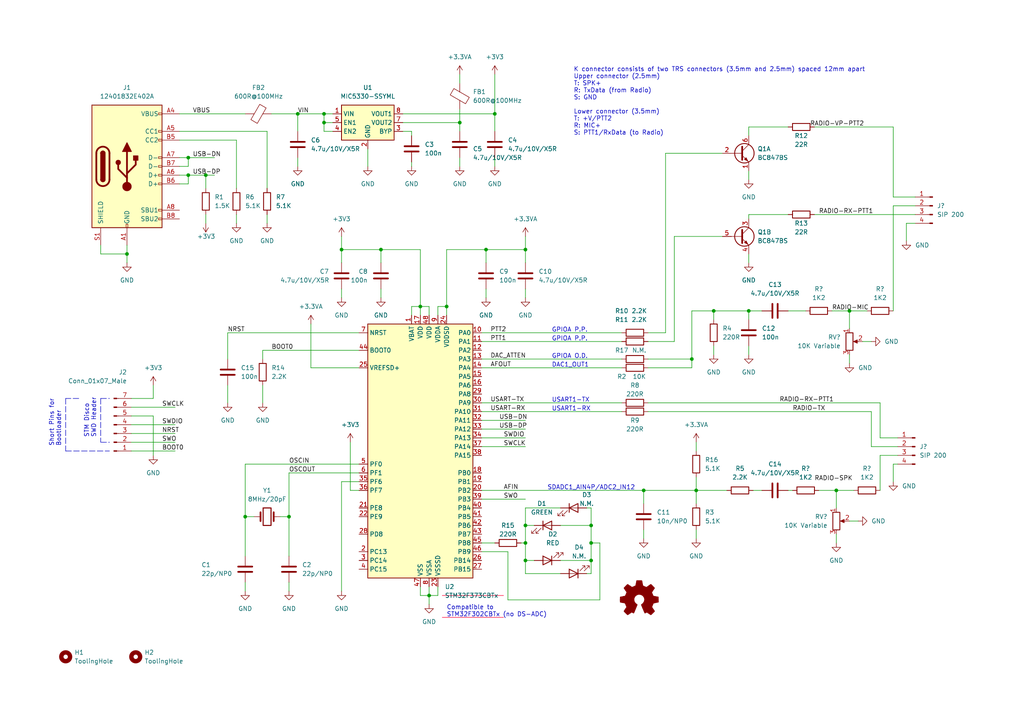
<source format=kicad_sch>
(kicad_sch (version 20211123) (generator eeschema)
  (paper "A4")
  (title_block (title "All-In-One-Cable (AIOC)") (rev "1.0"))
  (lib_symbols
    (symbol "Connector:Conn_01x04_Male" (pin_names (offset 1.016) hide)
      (property "Reference" "J" (at 0 5.08 0))
      (property "Value" "Conn_01x04_Male" (at 0 -7.62 0))
      (symbol "Conn_01x04_Male_1_1"
        (pin passive line (at 5.08 2.54 180) (length 3.81) (name "Pin_1") (number "1"))
        (pin passive line (at 5.08 0 180) (length 3.81) (name "Pin_2") (number "2"))
        (pin passive line (at 5.08 -2.54 180) (length 3.81) (name "Pin_3") (number "3"))
        (pin passive line (at 5.08 -5.08 180) (length 3.81) (name "Pin_4") (number "4"))
      )
    )
    (symbol "Connector:Conn_01x07_Male" (pin_names (offset 1.016) hide)
      (property "Reference" "J" (at 0 10.16 0))
      (property "Value" "Conn_01x07_Male" (at 0 -10.16 0))
      (symbol "Conn_01x07_Male_1_1"
        (pin passive line (at 5.08 7.62 180) (length 3.81) (name "Pin_1") (number "1"))
        (pin passive line (at 5.08 5.08 180) (length 3.81) (name "Pin_2") (number "2"))
        (pin passive line (at 5.08 2.54 180) (length 3.81) (name "Pin_3") (number "3"))
        (pin passive line (at 5.08 0 180) (length 3.81) (name "Pin_4") (number "4"))
        (pin passive line (at 5.08 -2.54 180) (length 3.81) (name "Pin_5") (number "5"))
        (pin passive line (at 5.08 -5.08 180) (length 3.81) (name "Pin_6") (number "6"))
        (pin passive line (at 5.08 -7.62 180) (length 3.81) (name "Pin_7") (number "7"))
      )
    )
    (symbol "Connector:USB_C_Receptacle_USB2.0" (pin_names (offset 1.016))
      (property "Reference" "J" (at -10.16 19.05 0))
      (property "Value" "USB_C_Receptacle_USB2.0" (at 19.05 19.05 0))
      (symbol "USB_C_Receptacle_USB2.0_1_1"
        (pin passive line (at 0 -22.86 90) (length 5.08) (name "GND") (number "A1"))
        (pin passive line (at 0 -22.86 90) (length 5.08) hide (name "GND") (number "A12"))
        (pin passive line (at 15.24 15.24 180) (length 5.08) (name "VBUS") (number "A4"))
        (pin bidirectional line (at 15.24 10.16 180) (length 5.08) (name "CC1") (number "A5"))
        (pin bidirectional line (at 15.24 -2.54 180) (length 5.08) (name "D+") (number "A6"))
        (pin bidirectional line (at 15.24 2.54 180) (length 5.08) (name "D-") (number "A7"))
        (pin bidirectional line (at 15.24 -12.7 180) (length 5.08) (name "SBU1") (number "A8"))
        (pin passive line (at 15.24 15.24 180) (length 5.08) hide (name "VBUS") (number "A9"))
        (pin passive line (at 0 -22.86 90) (length 5.08) hide (name "GND") (number "B1"))
        (pin passive line (at 0 -22.86 90) (length 5.08) hide (name "GND") (number "B12"))
        (pin passive line (at 15.24 15.24 180) (length 5.08) hide (name "VBUS") (number "B4"))
        (pin bidirectional line (at 15.24 7.62 180) (length 5.08) (name "CC2") (number "B5"))
        (pin bidirectional line (at 15.24 -5.08 180) (length 5.08) (name "D+") (number "B6"))
        (pin bidirectional line (at 15.24 0 180) (length 5.08) (name "D-") (number "B7"))
        (pin bidirectional line (at 15.24 -15.24 180) (length 5.08) (name "SBU2") (number "B8"))
        (pin passive line (at 15.24 15.24 180) (length 5.08) hide (name "VBUS") (number "B9"))
        (pin passive line (at -7.62 -22.86 90) (length 5.08) (name "SHIELD") (number "S1"))
      )
    )
    (symbol "Device:C" (pin_numbers hide) (pin_names (offset 0.254))
      (property "Reference" "C" (at 0.635 2.54 0))
      (property "Value" "C" (at 0.635 -2.54 0))
      (symbol "C_1_1"
        (pin passive line (at 0 3.81 270) (length 2.794) (name "~") (number "1"))
        (pin passive line (at 0 -3.81 90) (length 2.794) (name "~") (number "2"))
      )
    )
    (symbol "Device:Crystal" (pin_numbers hide) (pin_names (offset 1.016) hide)
      (property "Reference" "Y" (at 0 3.81 0))
      (property "Value" "Crystal" (at 0 -3.81 0))
      (symbol "Crystal_1_1"
        (pin passive line (at -3.81 0 0) (length 1.27) (name "1") (number "1"))
        (pin passive line (at 3.81 0 180) (length 1.27) (name "2") (number "2"))
      )
    )
    (symbol "Device:FerriteBead" (pin_numbers hide) (pin_names (offset 0))
      (property "Reference" "FB" (at -3.81 0.635 90))
      (property "Value" "FerriteBead" (at 3.81 0 90))
      (symbol "FerriteBead_1_1"
        (pin passive line (at 0 3.81 270) (length 2.54) (name "~") (number "1"))
        (pin passive line (at 0 -3.81 90) (length 2.54) (name "~") (number "2"))
      )
    )
    (symbol "Device:LED" (pin_numbers hide) (pin_names (offset 1.016) hide)
      (property "Reference" "D" (at 0 2.54 0))
      (property "Value" "LED" (at 0 -2.54 0))
      (symbol "LED_1_1"
        (pin passive line (at -3.81 0 0) (length 2.54) (name "K") (number "1"))
        (pin passive line (at 3.81 0 180) (length 2.54) (name "A") (number "2"))
      )
    )
    (symbol "Device:Q_Dual_NPN_NPN_E1B1C2E2B2C1" (pin_names (offset 0) hide)
      (property "Reference" "Q" (at 5.08 1.27 0))
      (property "Value" "Q_Dual_NPN_NPN_E1B1C2E2B2C1" (at 5.08 -1.27 0))
      (symbol "Q_Dual_NPN_NPN_E1B1C2E2B2C1_1_1"
        (pin passive line (at 2.54 -5.08 90) (length 2.54) (name "E1") (number "1"))
        (pin input line (at -5.08 0 0) (length 2.54) (name "B1") (number "2"))
        (pin passive line (at 2.54 5.08 270) (length 2.54) (name "C1") (number "6"))
      )
      (symbol "Q_Dual_NPN_NPN_E1B1C2E2B2C1_2_1"
        (pin passive line (at 2.54 5.08 270) (length 2.54) (name "C2") (number "3"))
        (pin passive line (at 2.54 -5.08 90) (length 2.54) (name "E2") (number "4"))
        (pin input line (at -5.08 0 0) (length 2.54) (name "B2") (number "5"))
      )
    )
    (symbol "Device:R" (pin_numbers hide) (pin_names (offset 0))
      (property "Reference" "R" (at 2.032 0 90))
      (property "Value" "R" (at 0 0 90))
      (symbol "R_1_1"
        (pin passive line (at 0 3.81 270) (length 1.27) (name "~") (number "1"))
        (pin passive line (at 0 -3.81 90) (length 1.27) (name "~") (number "2"))
      )
    )
    (symbol "Device:R_Potentiometer" (pin_names (offset 1.016) hide)
      (property "Reference" "RV" (at -4.445 0 90))
      (property "Value" "R_Potentiometer" (at -2.54 0 90))
      (symbol "R_Potentiometer_1_1"
        (pin passive line (at 0 3.81 270) (length 1.27) (name "1") (number "1"))
        (pin passive line (at 3.81 0 180) (length 1.27) (name "2") (number "2"))
        (pin passive line (at 0 -3.81 90) (length 1.27) (name "3") (number "3"))
      )
    )
    (symbol "Graphic:Logo_Open_Hardware_Small" (pin_names (offset 1.016)))
    (symbol "MCU_ST_STM32F3:STM32F373CBTx"
      (property "Reference" "U" (at -15.24 36.83 0))
      (property "Value" "STM32F373CBTx" (at 10.16 36.83 0))
      (symbol "STM32F373CBTx_1_1"
        (pin power_in line (at -2.54 38.1 270) (length 2.54) (name "VBAT") (number "1"))
        (pin bidirectional line (at 17.78 33.02 180) (length 2.54) (name "PA0") (number "10"))
        (pin bidirectional line (at 17.78 30.48 180) (length 2.54) (name "PA1") (number "11"))
        (pin bidirectional line (at 17.78 27.94 180) (length 2.54) (name "PA2") (number "12"))
        (pin bidirectional line (at 17.78 25.4 180) (length 2.54) (name "PA3") (number "13"))
        (pin bidirectional line (at 17.78 22.86 180) (length 2.54) (name "PA4") (number "14"))
        (pin bidirectional line (at 17.78 20.32 180) (length 2.54) (name "PA5") (number "15"))
        (pin bidirectional line (at 17.78 17.78 180) (length 2.54) (name "PA6") (number "16"))
        (pin power_in line (at 0 38.1 270) (length 2.54) (name "VDD") (number "17"))
        (pin bidirectional line (at 17.78 -7.62 180) (length 2.54) (name "PB0") (number "18"))
        (pin bidirectional line (at 17.78 -10.16 180) (length 2.54) (name "PB1") (number "19"))
        (pin bidirectional line (at -17.78 -30.48 0) (length 2.54) (name "PC13") (number "2"))
        (pin bidirectional line (at 17.78 -12.7 180) (length 2.54) (name "PB2") (number "20"))
        (pin bidirectional line (at -17.78 -17.78 0) (length 2.54) (name "PE8") (number "21"))
        (pin bidirectional line (at -17.78 -20.32 0) (length 2.54) (name "PE9") (number "22"))
        (pin power_in line (at 5.08 -40.64 90) (length 2.54) (name "VSSSD") (number "23"))
        (pin power_in line (at 7.62 38.1 270) (length 2.54) (name "VDDSD") (number "24"))
        (pin power_in line (at -17.78 22.86 0) (length 2.54) (name "VREFSD+") (number "25"))
        (pin bidirectional line (at 17.78 -33.02 180) (length 2.54) (name "PB14") (number "26"))
        (pin bidirectional line (at 17.78 -35.56 180) (length 2.54) (name "PB15") (number "27"))
        (pin bidirectional line (at -17.78 -25.4 0) (length 2.54) (name "PD8") (number "28"))
        (pin bidirectional line (at 17.78 15.24 180) (length 2.54) (name "PA8") (number "29"))
        (pin bidirectional line (at -17.78 -33.02 0) (length 2.54) (name "PC14") (number "3"))
        (pin bidirectional line (at 17.78 12.7 180) (length 2.54) (name "PA9") (number "30"))
        (pin bidirectional line (at 17.78 10.16 180) (length 2.54) (name "PA10") (number "31"))
        (pin bidirectional line (at 17.78 7.62 180) (length 2.54) (name "PA11") (number "32"))
        (pin bidirectional line (at 17.78 5.08 180) (length 2.54) (name "PA12") (number "33"))
        (pin bidirectional line (at 17.78 2.54 180) (length 2.54) (name "PA13") (number "34"))
        (pin bidirectional line (at -17.78 -10.16 0) (length 2.54) (name "PF6") (number "35"))
        (pin bidirectional line (at -17.78 -12.7 0) (length 2.54) (name "PF7") (number "36"))
        (pin bidirectional line (at 17.78 0 180) (length 2.54) (name "PA14") (number "37"))
        (pin bidirectional line (at 17.78 -2.54 180) (length 2.54) (name "PA15") (number "38"))
        (pin bidirectional line (at 17.78 -15.24 180) (length 2.54) (name "PB3") (number "39"))
        (pin bidirectional line (at -17.78 -35.56 0) (length 2.54) (name "PC15") (number "4"))
        (pin bidirectional line (at 17.78 -17.78 180) (length 2.54) (name "PB4") (number "40"))
        (pin bidirectional line (at 17.78 -20.32 180) (length 2.54) (name "PB5") (number "41"))
        (pin bidirectional line (at 17.78 -22.86 180) (length 2.54) (name "PB6") (number "42"))
        (pin bidirectional line (at 17.78 -25.4 180) (length 2.54) (name "PB7") (number "43"))
        (pin input line (at -17.78 27.94 0) (length 2.54) (name "BOOT0") (number "44"))
        (pin bidirectional line (at 17.78 -27.94 180) (length 2.54) (name "PB8") (number "45"))
        (pin bidirectional line (at 17.78 -30.48 180) (length 2.54) (name "PB9") (number "46"))
        (pin power_in line (at 0 -40.64 90) (length 2.54) (name "VSS") (number "47"))
        (pin power_in line (at 2.54 38.1 270) (length 2.54) (name "VDD") (number "48"))
        (pin input line (at -17.78 -5.08 0) (length 2.54) (name "PF0") (number "5"))
        (pin input line (at -17.78 -7.62 0) (length 2.54) (name "PF1") (number "6"))
        (pin input line (at -17.78 33.02 0) (length 2.54) (name "NRST") (number "7"))
        (pin power_in line (at 2.54 -40.64 90) (length 2.54) (name "VSSA") (number "8"))
        (pin power_in line (at 5.08 38.1 270) (length 2.54) (name "VDDA") (number "9"))
      )
    )
    (symbol "Mechanical:MountingHole" (pin_names (offset 1.016))
      (property "Reference" "H" (at 0 5.08 0))
      (property "Value" "MountingHole" (at 0 3.175 0))
    )
    (symbol "aioc:MIC5330-SSYML"
      (property "Reference" "U" (at 0 8.89 0))
      (property "Value" "MIC5330-SSYML" (at 0 6.35 0))
      (symbol "MIC5330-SSYML_1_1"
        (pin power_in line (at -10.16 2.54 0) (length 2.54) (name "VIN") (number "1"))
        (pin power_in line (at 0 -7.62 90) (length 2.54) (name "GND") (number "2"))
        (pin passive line (at 10.16 -2.54 180) (length 2.54) (name "BYP") (number "3"))
        (pin input line (at -10.16 -2.54 0) (length 2.54) (name "EN2") (number "4"))
        (pin input line (at -10.16 0 0) (length 2.54) (name "EN1") (number "5"))
        (pin power_out line (at 10.16 0 180) (length 2.54) (name "VOUT2") (number "7"))
        (pin power_out line (at 10.16 2.54 180) (length 2.54) (name "VOUT1") (number "8"))
        (pin passive line (at 0 -7.62 90) (length 2.54) hide (name "GND") (number "9"))
      )
    )
    (symbol "power:+3.3VA" (power) (pin_names (offset 0))
      (property "Value" "+3.3VA" (at 0 3.556 0))
      (symbol "+3.3VA_1_1"
        (pin power_in line (at 0 0 90) (length 0) hide (name "+3.3VA") (number "1"))
      )
    )
    (symbol "power:+3V3" (power) (pin_names (offset 0))
      (property "Value" "+3V3" (at 0 3.556 0))
      (symbol "+3V3_1_1"
        (pin power_in line (at 0 0 90) (length 0) hide (name "+3V3") (number "1"))
      )
    )
    (symbol "power:GND" (power) (pin_names (offset 0))
      (property "Value" "GND" (at 0 -3.81 0))
      (symbol "GND_1_1"
        (pin power_in line (at 0 0 270) (length 0) hide (name "GND") (number "1"))
      )
    )
  )
  (junction (at 54.61 45.72))
  (junction (at 152.4 152.4))
  (junction (at 36.83 73.66))
  (junction (at 59.69 50.8))
  (junction (at 171.45 162.56))
  (junction (at 93.98 33.02))
  (junction (at 246.38 90.17))
  (junction (at 140.97 72.39))
  (junction (at 86.36 33.02))
  (junction (at 201.93 142.24))
  (junction (at 152.4 162.56))
  (junction (at 171.45 152.4))
  (junction (at 171.45 157.48))
  (junction (at 129.54 88.9))
  (junction (at 121.92 88.9))
  (junction (at 133.35 35.56))
  (junction (at 152.4 72.39))
  (junction (at 207.01 90.17))
  (junction (at 217.17 90.17))
  (junction (at 99.06 72.39))
  (junction (at 242.57 142.24))
  (junction (at 110.49 72.39))
  (junction (at 54.61 50.8))
  (junction (at 71.12 149.86))
  (junction (at 124.46 172.72))
  (junction (at 152.4 157.48))
  (junction (at 186.69 142.24))
  (junction (at 83.82 149.86))
  (junction (at 200.66 104.14))
  (junction (at 143.51 33.02))
  (junction (at 93.98 35.56))
  (wire (pts (xy 143.51 21.59) (xy 143.51 33.02)))
  (wire (pts (xy 186.69 153.67) (xy 186.69 156.21)))
  (wire (pts (xy 200.66 106.68) (xy 200.66 104.14)))
  (wire (pts (xy 121.92 72.39) (xy 110.49 72.39)))
  (wire (pts (xy 124.46 172.72) (xy 124.46 175.26)))
  (wire (pts (xy 121.92 91.44) (xy 121.92 88.9)))
  (wire (pts (xy 255.27 132.08) (xy 260.35 132.08)))
  (wire (pts (xy 124.46 88.9) (xy 124.46 91.44)))
  (wire (pts (xy 139.7 129.54) (xy 152.4 129.54)))
  (wire (pts (xy 195.58 99.06) (xy 195.58 68.58)))
  (wire (pts (xy 83.82 137.16) (xy 83.82 149.86)))
  (wire (pts (xy 171.45 147.32) (xy 170.18 147.32)))
  (wire (pts (xy 66.04 96.52) (xy 66.04 104.14)))
  (wire (pts (xy 86.36 33.02) (xy 93.98 33.02)))
  (wire (pts (xy 52.07 38.1) (xy 77.47 38.1)))
  (wire (pts (xy 255.27 127) (xy 260.35 127)))
  (wire (pts (xy 99.06 68.58) (xy 99.06 72.39)))
  (wire (pts (xy 140.97 72.39) (xy 140.97 76.2)))
  (wire (pts (xy 147.32 173.99) (xy 147.32 160.02)))
  (polyline (pts (xy 22.86 115.57) (xy 19.05 115.57)))
  (wire (pts (xy 241.3 90.17) (xy 246.38 90.17)))
  (wire (pts (xy 77.47 62.23) (xy 77.47 64.77)))
  (wire (pts (xy 187.96 119.38) (xy 252.73 119.38)))
  (wire (pts (xy 170.18 166.37) (xy 171.45 166.37)))
  (wire (pts (xy 228.6 142.24) (xy 229.87 142.24)))
  (wire (pts (xy 133.35 35.56) (xy 133.35 38.1)))
  (wire (pts (xy 162.56 166.37) (xy 152.4 166.37)))
  (wire (pts (xy 127 88.9) (xy 127 91.44)))
  (wire (pts (xy 96.52 35.56) (xy 93.98 35.56)))
  (wire (pts (xy 66.04 111.76) (xy 66.04 116.84)))
  (wire (pts (xy 152.4 72.39) (xy 152.4 76.2)))
  (wire (pts (xy 162.56 147.32) (xy 152.4 147.32)))
  (wire (pts (xy 104.14 96.52) (xy 66.04 96.52)))
  (wire (pts (xy 242.57 142.24) (xy 247.65 142.24)))
  (wire (pts (xy 201.93 146.05) (xy 201.93 142.24)))
  (polyline (pts (xy 29.21 115.57) (xy 29.21 128.27)))
  (wire (pts (xy 187.96 106.68) (xy 200.66 106.68)))
  (wire (pts (xy 171.45 152.4) (xy 171.45 157.48)))
  (wire (pts (xy 38.1 115.57) (xy 44.45 115.57)))
  (wire (pts (xy 93.98 33.02) (xy 96.52 33.02)))
  (polyline (pts (xy 19.05 130.81) (xy 31.75 130.81)))
  (wire (pts (xy 152.4 162.56) (xy 154.94 162.56)))
  (wire (pts (xy 128.27 172.72) (xy 146.05 172.72)) (stroke (width 0) (color 255 0 51 1)))
  (wire (pts (xy 93.98 38.1) (xy 93.98 35.56)))
  (wire (pts (xy 44.45 115.57) (xy 44.45 111.76)))
  (wire (pts (xy 38.1 128.27) (xy 50.8 128.27)))
  (wire (pts (xy 217.17 73.66) (xy 217.17 76.2)))
  (wire (pts (xy 152.4 83.82) (xy 152.4 86.36)))
  (wire (pts (xy 71.12 149.86) (xy 73.66 149.86)))
  (wire (pts (xy 193.04 44.45) (xy 209.55 44.45)))
  (wire (pts (xy 121.92 170.18) (xy 121.92 172.72)))
  (wire (pts (xy 99.06 139.7) (xy 99.06 171.45)))
  (wire (pts (xy 217.17 100.33) (xy 217.17 102.87)))
  (wire (pts (xy 255.27 142.24) (xy 255.27 132.08)))
  (wire (pts (xy 129.54 72.39) (xy 129.54 88.9)))
  (wire (pts (xy 29.21 71.12) (xy 29.21 73.66)))
  (wire (pts (xy 71.12 149.86) (xy 71.12 161.29)))
  (wire (pts (xy 119.38 38.1) (xy 119.38 39.37)))
  (wire (pts (xy 77.47 38.1) (xy 77.47 54.61)))
  (wire (pts (xy 116.84 38.1) (xy 119.38 38.1)))
  (wire (pts (xy 86.36 33.02) (xy 86.36 38.1)))
  (wire (pts (xy 217.17 39.37) (xy 217.17 36.83)))
  (wire (pts (xy 151.13 157.48) (xy 152.4 157.48)))
  (wire (pts (xy 54.61 45.72) (xy 62.23 45.72)))
  (wire (pts (xy 110.49 72.39) (xy 110.49 76.2)))
  (wire (pts (xy 133.35 45.72) (xy 133.35 48.26)))
  (wire (pts (xy 152.4 157.48) (xy 152.4 162.56)))
  (wire (pts (xy 139.7 127) (xy 152.4 127)))
  (wire (pts (xy 71.12 134.62) (xy 71.12 149.86)))
  (wire (pts (xy 217.17 90.17) (xy 220.98 90.17)))
  (wire (pts (xy 139.7 119.38) (xy 180.34 119.38)))
  (wire (pts (xy 228.6 90.17) (xy 233.68 90.17)))
  (wire (pts (xy 171.45 166.37) (xy 171.45 162.56)))
  (wire (pts (xy 121.92 88.9) (xy 124.46 88.9)))
  (wire (pts (xy 193.04 44.45) (xy 193.04 96.52)))
  (wire (pts (xy 59.69 50.8) (xy 59.69 54.61)))
  (wire (pts (xy 76.2 111.76) (xy 76.2 116.84)))
  (wire (pts (xy 171.45 157.48) (xy 171.45 162.56)))
  (wire (pts (xy 36.83 73.66) (xy 36.83 76.2)))
  (wire (pts (xy 83.82 168.91) (xy 83.82 171.45)))
  (wire (pts (xy 237.49 142.24) (xy 242.57 142.24)))
  (wire (pts (xy 44.45 120.65) (xy 44.45 132.08)))
  (wire (pts (xy 139.7 144.78) (xy 152.4 144.78)))
  (wire (pts (xy 246.38 151.13) (xy 248.92 151.13)))
  (wire (pts (xy 99.06 83.82) (xy 99.06 86.36)))
  (wire (pts (xy 119.38 88.9) (xy 121.92 88.9)))
  (wire (pts (xy 242.57 154.94) (xy 242.57 157.48)))
  (wire (pts (xy 195.58 68.58) (xy 209.55 68.58)))
  (wire (pts (xy 259.08 36.83) (xy 259.08 57.15)))
  (polyline (pts (xy 29.21 128.27) (xy 31.75 128.27)))
  (wire (pts (xy 38.1 125.73) (xy 50.8 125.73)))
  (wire (pts (xy 152.4 166.37) (xy 152.4 162.56)))
  (wire (pts (xy 173.99 157.48) (xy 173.99 173.99)))
  (wire (pts (xy 119.38 91.44) (xy 119.38 88.9)))
  (wire (pts (xy 52.07 50.8) (xy 54.61 50.8)))
  (wire (pts (xy 173.99 173.99) (xy 147.32 173.99)))
  (wire (pts (xy 76.2 101.6) (xy 76.2 104.14)))
  (wire (pts (xy 207.01 92.71) (xy 207.01 90.17)))
  (wire (pts (xy 38.1 118.11) (xy 50.8 118.11)))
  (wire (pts (xy 217.17 36.83) (xy 228.6 36.83)))
  (wire (pts (xy 143.51 45.72) (xy 143.51 48.26)))
  (wire (pts (xy 124.46 170.18) (xy 124.46 172.72)))
  (wire (pts (xy 139.7 99.06) (xy 180.34 99.06)))
  (wire (pts (xy 52.07 48.26) (xy 54.61 48.26)))
  (wire (pts (xy 143.51 33.02) (xy 143.51 38.1)))
  (wire (pts (xy 52.07 53.34) (xy 54.61 53.34)))
  (wire (pts (xy 68.58 40.64) (xy 68.58 54.61)))
  (wire (pts (xy 104.14 139.7) (xy 99.06 139.7)))
  (wire (pts (xy 217.17 90.17) (xy 217.17 92.71)))
  (wire (pts (xy 81.28 149.86) (xy 83.82 149.86)))
  (wire (pts (xy 116.84 33.02) (xy 143.51 33.02)))
  (wire (pts (xy 265.43 64.77) (xy 262.89 64.77)))
  (wire (pts (xy 171.45 152.4) (xy 171.45 147.32)))
  (wire (pts (xy 133.35 21.59) (xy 133.35 24.13)))
  (wire (pts (xy 200.66 90.17) (xy 207.01 90.17)))
  (wire (pts (xy 186.69 146.05) (xy 186.69 142.24)))
  (wire (pts (xy 207.01 100.33) (xy 207.01 102.87)))
  (wire (pts (xy 127 170.18) (xy 127 172.72)))
  (wire (pts (xy 29.21 73.66) (xy 36.83 73.66)))
  (wire (pts (xy 139.7 116.84) (xy 180.34 116.84)))
  (wire (pts (xy 119.38 46.99) (xy 119.38 48.26)))
  (wire (pts (xy 217.17 62.23) (xy 228.6 62.23)))
  (wire (pts (xy 162.56 152.4) (xy 171.45 152.4)))
  (wire (pts (xy 101.6 128.27) (xy 101.6 142.24)))
  (wire (pts (xy 104.14 101.6) (xy 76.2 101.6)))
  (wire (pts (xy 201.93 128.27) (xy 201.93 130.81)))
  (wire (pts (xy 236.22 36.83) (xy 259.08 36.83)))
  (wire (pts (xy 110.49 83.82) (xy 110.49 86.36)))
  (wire (pts (xy 52.07 33.02) (xy 71.12 33.02)))
  (wire (pts (xy 129.54 72.39) (xy 140.97 72.39)))
  (wire (pts (xy 201.93 142.24) (xy 210.82 142.24)))
  (wire (pts (xy 217.17 49.53) (xy 217.17 52.07)))
  (wire (pts (xy 187.96 104.14) (xy 200.66 104.14)))
  (wire (pts (xy 200.66 104.14) (xy 200.66 90.17)))
  (wire (pts (xy 83.82 137.16) (xy 104.14 137.16)))
  (wire (pts (xy 201.93 138.43) (xy 201.93 142.24)))
  (wire (pts (xy 139.7 96.52) (xy 180.34 96.52)))
  (wire (pts (xy 218.44 142.24) (xy 220.98 142.24)))
  (wire (pts (xy 106.68 43.18) (xy 106.68 48.26)))
  (wire (pts (xy 83.82 149.86) (xy 83.82 161.29)))
  (wire (pts (xy 116.84 35.56) (xy 133.35 35.56)))
  (wire (pts (xy 171.45 157.48) (xy 173.99 157.48)))
  (wire (pts (xy 152.4 152.4) (xy 152.4 157.48)))
  (wire (pts (xy 201.93 153.67) (xy 201.93 156.21)))
  (wire (pts (xy 252.73 119.38) (xy 252.73 129.54)))
  (wire (pts (xy 44.45 120.65) (xy 38.1 120.65)))
  (wire (pts (xy 187.96 116.84) (xy 255.27 116.84)))
  (wire (pts (xy 259.08 59.69) (xy 265.43 59.69)))
  (wire (pts (xy 104.14 142.24) (xy 101.6 142.24)))
  (wire (pts (xy 71.12 168.91) (xy 71.12 171.45)))
  (wire (pts (xy 52.07 45.72) (xy 54.61 45.72)))
  (wire (pts (xy 68.58 62.23) (xy 68.58 64.77)))
  (wire (pts (xy 90.17 106.68) (xy 104.14 106.68)))
  (wire (pts (xy 129.54 88.9) (xy 127 88.9)))
  (polyline (pts (xy 19.05 115.57) (xy 19.05 130.81)))
  (wire (pts (xy 127 172.72) (xy 124.46 172.72)))
  (wire (pts (xy 96.52 38.1) (xy 93.98 38.1)))
  (polyline (pts (xy 29.21 115.57) (xy 31.75 115.57)))
  (wire (pts (xy 154.94 152.4) (xy 152.4 152.4)))
  (wire (pts (xy 121.92 72.39) (xy 121.92 88.9)))
  (wire (pts (xy 139.7 104.14) (xy 180.34 104.14)))
  (wire (pts (xy 54.61 50.8) (xy 54.61 53.34)))
  (wire (pts (xy 139.7 121.92) (xy 152.4 121.92)))
  (wire (pts (xy 236.22 62.23) (xy 265.43 62.23)))
  (wire (pts (xy 59.69 50.8) (xy 62.23 50.8)))
  (wire (pts (xy 52.07 40.64) (xy 68.58 40.64)))
  (wire (pts (xy 139.7 157.48) (xy 143.51 157.48)))
  (wire (pts (xy 140.97 83.82) (xy 140.97 86.36)))
  (wire (pts (xy 128.27 179.07) (xy 146.05 179.07)) (stroke (width 0) (color 255 0 51 1)))
  (wire (pts (xy 54.61 45.72) (xy 54.61 48.26)))
  (wire (pts (xy 252.73 129.54) (xy 260.35 129.54)))
  (wire (pts (xy 246.38 90.17) (xy 251.46 90.17)))
  (wire (pts (xy 162.56 162.56) (xy 171.45 162.56)))
  (wire (pts (xy 246.38 102.87) (xy 246.38 105.41)))
  (wire (pts (xy 147.32 160.02) (xy 139.7 160.02)))
  (wire (pts (xy 139.7 106.68) (xy 180.34 106.68)))
  (wire (pts (xy 129.54 91.44) (xy 129.54 88.9)))
  (wire (pts (xy 124.46 172.72) (xy 121.92 172.72)))
  (wire (pts (xy 86.36 45.72) (xy 86.36 48.26)))
  (wire (pts (xy 140.97 72.39) (xy 152.4 72.39)))
  (wire (pts (xy 99.06 72.39) (xy 99.06 76.2)))
  (wire (pts (xy 260.35 134.62) (xy 259.08 134.62)))
  (wire (pts (xy 54.61 50.8) (xy 59.69 50.8)))
  (wire (pts (xy 59.69 62.23) (xy 59.69 64.77)))
  (wire (pts (xy 262.89 64.77) (xy 262.89 69.85)))
  (wire (pts (xy 110.49 72.39) (xy 99.06 72.39)))
  (wire (pts (xy 246.38 90.17) (xy 246.38 95.25)))
  (wire (pts (xy 36.83 71.12) (xy 36.83 73.66)))
  (wire (pts (xy 255.27 116.84) (xy 255.27 127)))
  (wire (pts (xy 71.12 134.62) (xy 104.14 134.62)))
  (wire (pts (xy 259.08 134.62) (xy 259.08 139.7)))
  (wire (pts (xy 217.17 62.23) (xy 217.17 63.5)))
  (wire (pts (xy 186.69 142.24) (xy 201.93 142.24)))
  (wire (pts (xy 250.19 99.06) (xy 252.73 99.06)))
  (wire (pts (xy 139.7 142.24) (xy 186.69 142.24)))
  (wire (pts (xy 38.1 130.81) (xy 50.8 130.81)))
  (wire (pts (xy 152.4 147.32) (xy 152.4 152.4)))
  (wire (pts (xy 259.08 57.15) (xy 265.43 57.15)))
  (wire (pts (xy 133.35 31.75) (xy 133.35 35.56)))
  (wire (pts (xy 139.7 124.46) (xy 152.4 124.46)))
  (wire (pts (xy 242.57 142.24) (xy 242.57 147.32)))
  (wire (pts (xy 207.01 90.17) (xy 217.17 90.17)))
  (wire (pts (xy 93.98 33.02) (xy 93.98 35.56)))
  (wire (pts (xy 187.96 96.52) (xy 193.04 96.52)))
  (wire (pts (xy 78.74 33.02) (xy 86.36 33.02)))
  (wire (pts (xy 187.96 99.06) (xy 195.58 99.06)))
  (wire (pts (xy 259.08 90.17) (xy 259.08 59.69)))
  (wire (pts (xy 152.4 68.58) (xy 152.4 72.39)))
  (wire (pts (xy 38.1 123.19) (xy 50.8 123.19)))
  (wire (pts (xy 90.17 93.98) (xy 90.17 106.68)))
  (text "STM Disco\nSWD Header" (at 27.94 127 90) (effects (font (size 1.27 1.27)) (justify left bottom)))
  (text "Short Pins for\nBootloader" (at 17.78 129.54 90) (effects (font (size 1.27 1.27)) (justify left bottom)))
  (text "SDADC1_AIN4P/ADC2_IN12" (at 158.75 142.24 0) (effects (font (size 1.27 1.27)) (justify left bottom)))
  (text "USART1-TX" (at 160.02 116.84 0) (effects (font (size 1.27 1.27)) (justify left bottom)))
  (text "K connector consists of two TRS connectors (3.5mm and 2.5mm) spaced 12mm apart\nUpper connector (2.5mm)\nT: SPK+\nR: TxData (from Radio)\nS: GND\n\nLower connector (3.5mm)\nT: +V/PTT2\nR: MIC+\nS: PTT1/RxData (to Radio)\n" (at 166.37 39.37 0) (effects (font (size 1.27 1.27)) (justify left bottom)))
  (text "GPIOA P.P." (at 160.02 99.06 0) (effects (font (size 1.27 1.27)) (justify left bottom)))
  (text "DAC1_OUT1" (at 160.02 106.68 0) (effects (font (size 1.27 1.27)) (justify left bottom)))
  (text "GPIOA O.D." (at 160.02 104.14 0) (effects (font (size 1.27 1.27)) (justify left bottom)))
  (text "Compatible to \nSTM32F302CBTx (no DS-ADC)" (at 129.54 179.07 0) (effects (font (size 1.27 1.27)) (justify left bottom)))
  (text "USART1-RX" (at 160.02 119.38 0) (effects (font (size 1.27 1.27)) (justify left bottom)))
  (text "GPIOA P.P." (at 160.02 96.52 0) (effects (font (size 1.27 1.27)) (justify left bottom)))
  (label "OSCIN" (at 83.82 134.62 0))
  (label "RADIO-VP-PTT2" (at 234.95 36.83 0))
  (label "AFIN" (at 146.05 142.24 0))
  (label "VBUS" (at 55.88 33.02 0))
  (label "NRST" (at 66.04 96.52 0))
  (label "PTT2" (at 142.24 96.52 0))
  (label "SWO" (at 46.99 128.27 0))
  (label "SWO" (at 146.05 144.78 0))
  (label "SWDIO" (at 146.05 127 0))
  (label "USB-DN" (at 55.88 45.72 0))
  (label "OSCOUT" (at 83.82 137.16 0))
  (label "USB-DP" (at 55.88 50.8 0))
  (label "BOOT0" (at 78.74 101.6 0))
  (label "USART-RX" (at 142.24 119.38 0))
  (label "SWDIO" (at 46.99 123.19 0))
  (label "USB-DP" (at 144.78 124.46 0))
  (label "VIN" (at 86.36 33.02 0))
  (label "PTT1" (at 142.24 99.06 0))
  (label "AFOUT" (at 142.24 106.68 0))
  (label "SWCLK" (at 46.99 118.11 0))
  (label "RADIO-RX-PTT1" (at 226.06 116.84 0))
  (label "RADIO-MIC" (at 241.3 90.17 0))
  (label "RADIO-RX-PTT1" (at 237.49 62.23 0))
  (label "USART-TX" (at 142.24 116.84 0))
  (label "SWCLK" (at 146.05 129.54 0))
  (label "BOOT0" (at 46.99 130.81 0))
  (label "NRST" (at 46.99 125.73 0))
  (label "RADIO-SPK" (at 236.22 139.7 0))
  (label "DAC_ATTEN" (at 142.24 104.14 0))
  (label "USB-DN" (at 144.78 121.92 0))
  (label "RADIO-TX" (at 229.87 119.38 0))
  (symbol (lib_id "Device:R") (at 184.15 116.84 270) (unit 1)
    (property "Reference" "R8" (at 184.15 111.76 90))
    (property "Value" "220R" (at 184.15 114.3 90))
    (property "Footprint" "Resistor_SMD:R_0603_1608Metric" (effects hide))
    (property "LCSC" "C22962" (effects hide))
  )
  (symbol (lib_id "power:+3V3") (at 59.69 64.77 180) (unit 1)
    (property "Reference" "#PWR07" (effects hide))
    (property "Value" "+3V3" (at 57.15 68.58 0) (effects (justify right)))
  )
  (symbol (lib_id "Mechanical:MountingHole") (at 19.05 190.5 0) (unit 1) (in_bom no)
    (property "Reference" "H1" (at 21.59 189.2299 0) (effects (justify left)))
    (property "Value" "ToolingHole" (at 21.59 191.7699 0) (effects (justify left)))
    (property "Footprint" "AIOC:TOOLING-HOLE" (effects hide))
  )
  (symbol (lib_id "power:GND") (at 99.06 86.36 0) (mirror y) (unit 1)
    (property "Reference" "#PWR0115" (effects hide))
    (property "Value" "GND" (at 99.06 91.44 0))
  )
  (symbol (lib_id "power:+3.3VA") (at 133.35 21.59 0) (unit 1)
    (property "Reference" "#PWR0109" (effects hide))
    (property "Value" "+3.3VA" (at 133.35 16.51 0))
  )
  (symbol (lib_id "Device:R") (at 214.63 142.24 90) (unit 1)
    (property "Reference" "R5" (at 214.63 135.89 90))
    (property "Value" "2.2K" (at 214.63 138.43 90))
    (property "Footprint" "Resistor_SMD:R_0603_1608Metric" (effects hide))
    (property "LCSC" "C4190" (effects hide))
  )
  (symbol (lib_id "Graphic:Logo_Open_Hardware_Small") (at 185.42 173.99 0) (unit 1)
    (property "Reference" "#LOGO1" (effects hide))
    (property "Value" "Logo_Open_Hardware_Small" (effects hide))
  )
  (symbol (lib_id "Device:R") (at 255.27 90.17 90) (unit 1)
    (property "Reference" "R?" (at 255.27 83.82 90))
    (property "Value" "1K2" (at 255.27 86.36 90))
  )
  (symbol (lib_id "power:+3V3") (at 143.51 21.59 0) (unit 1)
    (property "Reference" "#PWR0108" (effects hide))
    (property "Value" "+3V3" (at 143.51 16.51 0))
  )
  (symbol (lib_id "Device:R") (at 237.49 90.17 90) (unit 1)
    (property "Reference" "R?" (at 237.49 83.82 90))
    (property "Value" "1K2" (at 237.49 86.36 90))
  )
  (symbol (lib_id "Device:R") (at 184.15 104.14 270) (unit 1)
    (property "Reference" "R17" (at 180.34 101.6 90))
    (property "Value" "N.M." (at 185.42 101.6 90))
    (property "Footprint" "Resistor_SMD:R_0603_1608Metric" (effects hide))
  )
  (symbol (lib_id "Device:R") (at 147.32 157.48 270) (unit 1)
    (property "Reference" "R15" (at 147.32 152.4 90))
    (property "Value" "220R" (at 147.32 154.94 90))
    (property "Footprint" "Resistor_SMD:R_0603_1608Metric" (effects hide))
    (property "LCSC" "C22962" (effects hide))
  )
  (symbol (lib_id "Device:Q_Dual_NPN_NPN_E1B1C2E2B2C1") (at 214.63 68.58 0) (unit 2)
    (property "Reference" "Q1" (at 219.71 67.3099 0) (effects (justify left)))
    (property "Value" "BC847BS" (at 219.71 69.8499 0) (effects (justify left)))
    (property "Footprint" "Package_TO_SOT_SMD:SOT-363_SC-70-6" (effects hide))
    (property "LCSC" "C8653" (effects hide))
  )
  (symbol (lib_id "power:GND") (at 36.83 76.2 0) (unit 1)
    (property "Reference" "#PWR0101" (effects hide))
    (property "Value" "GND" (at 36.83 81.28 0))
  )
  (symbol (lib_id "power:GND") (at 66.04 116.84 0) (mirror y) (unit 1)
    (property "Reference" "#PWR0121" (effects hide))
    (property "Value" "GND" (at 66.04 121.92 0))
  )
  (symbol (lib_id "Device:LED") (at 166.37 147.32 0) (unit 1)
    (property "Reference" "D3" (at 170.18 143.51 0))
    (property "Value" "N.M." (at 170.18 146.05 0))
    (property "Footprint" "LED_SMD:LED_0603_1608Metric" (effects hide))
  )
  (symbol (lib_id "Device:R") (at 68.58 58.42 180) (unit 1)
    (property "Reference" "R6" (at 71.12 57.1499 0) (effects (justify right)))
    (property "Value" "5.1K" (at 71.12 59.6899 0) (effects (justify right)))
    (property "Footprint" "Resistor_SMD:R_0603_1608Metric" (effects hide))
    (property "LCSC" "C23186" (effects hide))
  )
  (symbol (lib_id "MCU_ST_STM32F3:STM32F373CBTx") (at 121.92 129.54 0) (unit 1)
    (property "Reference" "U2" (at 129.0194 170.18 0) (effects (justify left)))
    (property "Value" "STM32F373CBTx" (at 129.0194 172.72 0) (effects (justify left)))
    (property "Footprint" "Package_QFP:LQFP-48_7x7mm_P0.5mm" (effects hide))
    (property "Datasheet" "http://www.st.com/st-web-ui/static/active/en/resource/technical/document/datasheet/DM00046749.pdf" (effects hide))
    (property "LCSC" "C94046" (effects hide))
  )
  (symbol (lib_id "Device:C") (at 217.17 96.52 0) (unit 1)
    (property "Reference" "C12" (at 220.98 95.2499 0) (effects (justify left)))
    (property "Value" "100n" (at 220.98 97.7899 0) (effects (justify left)))
    (property "Footprint" "Capacitor_SMD:C_0603_1608Metric" (effects hide))
    (property "LCSC" "C14663" (effects hide))
  )
  (symbol (lib_id "Device:FerriteBead") (at 133.35 27.94 0) (unit 1)
    (property "Reference" "FB1" (at 137.16 26.6191 0) (effects (justify left)))
    (property "Value" "600R@100MHz" (at 137.16 29.1591 0) (effects (justify left)))
    (property "Footprint" "Inductor_SMD:L_0603_1608Metric" (effects hide))
    (property "LCSC" "C1002" (effects hide))
  )
  (symbol (lib_id "Device:LED") (at 158.75 152.4 0) (unit 1)
    (property "Reference" "D1" (at 157.1625 146.05 0))
    (property "Value" "GREEN" (at 157.1625 148.59 0))
    (property "Footprint" "LED_SMD:LED_0603_1608Metric" (effects hide))
    (property "LCSC" "C72043" (effects hide))
  )
  (symbol (lib_id "power:+3V3") (at 99.06 68.58 0) (unit 1)
    (property "Reference" "#PWR0113" (effects hide))
    (property "Value" "+3V3" (at 99.06 63.5 0))
  )
  (symbol (lib_id "power:+3.3VA") (at 152.4 68.58 0) (unit 1)
    (property "Reference" "#PWR0112" (effects hide))
    (property "Value" "+3.3VA" (at 152.4 63.5 0))
  )
  (symbol (lib_id "Connector:Conn_01x04_Male") (at 270.51 59.69 0) (mirror y) (unit 1)
    (property "Reference" "J?" (at 271.78 59.6899 0) (effects (justify right)))
    (property "Value" "SIP 200" (at 271.78 62.2299 0) (effects (justify right)))
  )
  (symbol (lib_id "Device:C") (at 71.12 165.1 0) (unit 1)
    (property "Reference" "C1" (at 58.42 163.83 0) (effects (justify left)))
    (property "Value" "22p/NP0" (at 58.42 166.37 0) (effects (justify left)))
    (property "Footprint" "Capacitor_SMD:C_0603_1608Metric" (effects hide))
    (property "LCSC" "C1653" (effects hide))
  )
  (symbol (lib_id "power:GND") (at 217.17 52.07 0) (unit 1)
    (property "Reference" "#PWR05" (effects hide))
    (property "Value" "GND" (at 217.17 57.15 0))
  )
  (symbol (lib_id "Device:C") (at 224.79 90.17 90) (unit 1)
    (property "Reference" "C13" (at 224.79 82.55 90))
    (property "Value" "4.7u/10V/X5R" (at 224.79 85.09 90))
    (property "Footprint" "Capacitor_SMD:C_0603_1608Metric" (effects hide))
    (property "LCSC" "C19666" (effects hide))
  )
  (symbol (lib_id "Device:FerriteBead") (at 74.93 33.02 270) (unit 1)
    (property "Reference" "FB2" (at 74.9808 25.4 90))
    (property "Value" "600R@100MHz" (at 74.9808 27.94 90))
    (property "Footprint" "Inductor_SMD:L_0603_1608Metric" (effects hide))
    (property "LCSC" "C1002" (effects hide))
  )
  (symbol (lib_id "Device:R_Potentiometer") (at 246.38 99.06 0) (unit 1)
    (property "Reference" "RV?" (at 243.84 97.7899 0) (effects (justify right)))
    (property "Value" "10K Variable" (at 243.84 100.3299 0) (effects (justify right)))
  )
  (symbol (lib_id "power:GND") (at 77.47 64.77 0) (unit 1)
    (property "Reference" "#PWR0120" (effects hide))
    (property "Value" "GND" (at 77.47 69.85 0))
  )
  (symbol (lib_id "power:GND") (at 242.57 157.48 0) (unit 1)
    (property "Reference" "#PWR?" (effects hide))
    (property "Value" "GND" (at 242.57 162.56 0))
  )
  (symbol (lib_id "Device:R") (at 232.41 36.83 270) (unit 1)
    (property "Reference" "R12" (at 232.41 39.37 90))
    (property "Value" "22R" (at 232.41 41.91 90))
    (property "Footprint" "Resistor_SMD:R_0603_1608Metric" (effects hide))
    (property "LCSC" "C23345" (effects hide))
  )
  (symbol (lib_id "power:+3.3VA") (at 201.93 128.27 0) (unit 1)
    (property "Reference" "#PWR08" (effects hide))
    (property "Value" "+3.3VA" (at 201.93 123.19 0))
  )
  (symbol (lib_id "Device:Q_Dual_NPN_NPN_E1B1C2E2B2C1") (at 214.63 44.45 0) (unit 1)
    (property "Reference" "Q1" (at 219.71 43.1799 0) (effects (justify left)))
    (property "Value" "BC847BS" (at 219.71 45.7199 0) (effects (justify left)))
    (property "Footprint" "Package_TO_SOT_SMD:SOT-363_SC-70-6" (effects hide))
    (property "LCSC" "C8653" (effects hide))
  )
  (symbol (lib_id "power:GND") (at 124.46 175.26 0) (unit 1)
    (property "Reference" "#PWR0102" (effects hide))
    (property "Value" "GND" (at 124.46 180.34 0))
  )
  (symbol (lib_id "Device:R_Potentiometer") (at 242.57 151.13 0) (unit 1)
    (property "Reference" "RV?" (at 240.03 149.8599 0) (effects (justify right)))
    (property "Value" "10K Variable" (at 240.03 152.3999 0) (effects (justify right)))
  )
  (symbol (lib_id "power:GND") (at 252.73 99.06 90) (unit 1)
    (property "Reference" "#PWR?" (effects hide))
    (property "Value" "GND" (at 256.54 99.0599 90) (effects (justify right)))
  )
  (symbol (lib_id "aioc:MIC5330-SSYML") (at 106.68 35.56 0) (unit 1)
    (property "Reference" "U1" (at 106.68 25.4 0))
    (property "Value" "MIC5330-SSYML" (at 106.68 27.94 0))
    (property "Footprint" "AIOC:Micrel_MLF-8-1EP_2x2mm_P0.5mm_EP0.6x1.2mm" (effects hide))
    (property "Datasheet" "http://ww1.microchip.com/downloads/en/DeviceDoc/mic5330.pdf" (effects hide))
    (property "LCSC" "C144168" (effects hide))
  )
  (symbol (lib_id "power:GND") (at 44.45 132.08 0) (mirror y) (unit 1)
    (property "Reference" "#PWR0124" (effects hide))
    (property "Value" "GND" (at 44.45 137.16 0))
  )
  (symbol (lib_id "power:GND") (at 259.08 139.7 0) (unit 1)
    (property "Reference" "#PWR?" (effects hide))
    (property "Value" "GND" (at 261.62 140.9699 0) (effects (justify left)))
  )
  (symbol (lib_id "power:+3V3") (at 101.6 128.27 0) (unit 1)
    (property "Reference" "#PWR0125" (effects hide))
    (property "Value" "+3V3" (at 101.6 123.19 0))
  )
  (symbol (lib_id "Device:Crystal") (at 77.47 149.86 0) (unit 1)
    (property "Reference" "Y1" (at 77.47 142.24 0))
    (property "Value" "8MHz/20pF" (at 77.47 144.78 0))
    (property "Footprint" "AIOC:Crystal_SMD_5032-2Pin_5.0x3.2mm" (effects hide))
    (property "LCSC" "C115962" (effects hide))
  )
  (symbol (lib_id "Device:R") (at 59.69 58.42 180) (unit 1)
    (property "Reference" "R1" (at 62.23 57.1499 0) (effects (justify right)))
    (property "Value" "1.5K" (at 62.23 59.6899 0) (effects (justify right)))
    (property "Footprint" "Resistor_SMD:R_0603_1608Metric" (effects hide))
    (property "LCSC" "C22843" (effects hide))
  )
  (symbol (lib_id "Device:C") (at 224.79 142.24 90) (unit 1)
    (property "Reference" "C14" (at 224.79 134.62 90))
    (property "Value" "4.7u/10V/X5R" (at 224.79 137.16 90))
    (property "Footprint" "Capacitor_SMD:C_0603_1608Metric" (effects hide))
    (property "LCSC" "C19666" (effects hide))
  )
  (symbol (lib_id "Device:R") (at 233.68 142.24 90) (unit 1)
    (property "Reference" "R?" (at 233.68 135.89 90))
    (property "Value" "1K2" (at 233.68 138.43 90))
  )
  (symbol (lib_id "power:+3.3VA") (at 90.17 93.98 0) (unit 1)
    (property "Reference" "#PWR0116" (effects hide))
    (property "Value" "+3.3VA" (at 90.17 88.9 0))
  )
  (symbol (lib_id "Device:C") (at 152.4 80.01 0) (unit 1)
    (property "Reference" "C10" (at 156.21 78.7399 0) (effects (justify left)))
    (property "Value" "4.7u/10V/X5R" (at 156.21 81.2799 0) (effects (justify left)))
    (property "Footprint" "Capacitor_SMD:C_0603_1608Metric" (effects hide))
    (property "LCSC" "C19666" (effects hide))
  )
  (symbol (lib_id "power:GND") (at 217.17 102.87 0) (unit 1)
    (property "Reference" "#PWR04" (effects hide))
    (property "Value" "GND" (at 217.17 107.95 0))
  )
  (symbol (lib_id "Device:R") (at 184.15 119.38 270) (unit 1)
    (property "Reference" "R9" (at 184.15 121.92 90))
    (property "Value" "220R" (at 184.15 124.46 90))
    (property "Footprint" "Resistor_SMD:R_0603_1608Metric" (effects hide))
    (property "LCSC" "C22962" (effects hide))
  )
  (symbol (lib_id "Device:C") (at 186.69 149.86 0) (unit 1)
    (property "Reference" "C11" (at 190.5 148.59 0) (effects (justify left)))
    (property "Value" "10n/NP0" (at 190.5 151.1299 0) (effects (justify left)))
    (property "Footprint" "Capacitor_SMD:C_0603_1608Metric" (effects hide))
    (property "LCSC" "C57112" (effects hide))
  )
  (symbol (lib_id "power:GND") (at 110.49 86.36 0) (mirror y) (unit 1)
    (property "Reference" "#PWR0114" (effects hide))
    (property "Value" "GND" (at 110.49 91.44 0))
  )
  (symbol (lib_id "power:GND") (at 133.35 48.26 0) (unit 1)
    (property "Reference" "#PWR0126" (effects hide))
    (property "Value" "GND" (at 133.35 53.34 0))
  )
  (symbol (lib_id "Device:R") (at 77.47 58.42 180) (unit 1)
    (property "Reference" "R7" (at 80.01 57.1499 0) (effects (justify right)))
    (property "Value" "5.1K" (at 80.01 59.6899 0) (effects (justify right)))
    (property "Footprint" "Resistor_SMD:R_0603_1608Metric" (effects hide))
    (property "LCSC" "C23186" (effects hide))
  )
  (symbol (lib_id "power:+3V3") (at 44.45 111.76 0) (unit 1)
    (property "Reference" "#PWR0110" (effects hide))
    (property "Value" "+3V3" (at 44.45 106.68 0))
  )
  (symbol (lib_id "Device:R") (at 184.15 99.06 90) (unit 1)
    (property "Reference" "R11" (at 180.34 92.71 90))
    (property "Value" "2.2K" (at 185.42 92.71 90))
    (property "Footprint" "Resistor_SMD:R_0603_1608Metric" (effects hide))
    (property "LCSC" "C4190" (effects hide))
  )
  (symbol (lib_id "power:GND") (at 143.51 48.26 0) (unit 1)
    (property "Reference" "#PWR0106" (effects hide))
    (property "Value" "GND" (at 143.51 53.34 0))
  )
  (symbol (lib_id "Device:R") (at 184.15 96.52 90) (unit 1)
    (property "Reference" "R10" (at 180.34 90.17 90))
    (property "Value" "2.2K" (at 185.42 90.17 90))
    (property "Footprint" "Resistor_SMD:R_0603_1608Metric" (effects hide))
    (property "LCSC" "C4190" (effects hide))
  )
  (symbol (lib_id "power:GND") (at 248.92 151.13 90) (unit 1)
    (property "Reference" "#PWR?" (effects hide))
    (property "Value" "GND" (at 252.73 151.1299 90) (effects (justify right)))
  )
  (symbol (lib_id "power:GND") (at 152.4 86.36 0) (unit 1)
    (property "Reference" "#PWR0117" (effects hide))
    (property "Value" "GND" (at 152.4 91.44 0))
  )
  (symbol (lib_id "power:GND") (at 140.97 86.36 0) (unit 1)
    (property "Reference" "#PWR0118" (effects hide))
    (property "Value" "GND" (at 140.97 91.44 0))
  )
  (symbol (lib_id "power:GND") (at 207.01 102.87 0) (unit 1)
    (property "Reference" "#PWR03" (effects hide))
    (property "Value" "GND" (at 207.01 107.95 0))
  )
  (symbol (lib_id "Device:R") (at 184.15 106.68 270) (unit 1)
    (property "Reference" "R2" (at 180.34 109.22 90))
    (property "Value" "10K" (at 185.42 109.22 90))
    (property "Footprint" "Resistor_SMD:R_0603_1608Metric" (effects hide))
    (property "LCSC" "C25804" (effects hide))
  )
  (symbol (lib_id "Device:R") (at 201.93 134.62 0) (unit 1)
    (property "Reference" "R16" (at 204.47 133.3499 0) (effects (justify left)))
    (property "Value" "5.1K" (at 204.47 135.8899 0) (effects (justify left)))
    (property "Footprint" "Resistor_SMD:R_0603_1608Metric" (effects hide))
    (property "LCSC" "C23186" (effects hide))
  )
  (symbol (lib_id "Device:R") (at 201.93 149.86 180) (unit 1)
    (property "Reference" "R3" (at 204.47 148.5899 0) (effects (justify right)))
    (property "Value" "5.1K" (at 204.47 151.1299 0) (effects (justify right)))
    (property "Footprint" "Resistor_SMD:R_0603_1608Metric" (effects hide))
    (property "LCSC" "C23186" (effects hide))
  )
  (symbol (lib_id "power:GND") (at 217.17 76.2 0) (unit 1)
    (property "Reference" "#PWR06" (effects hide))
    (property "Value" "GND" (at 217.17 81.28 0))
  )
  (symbol (lib_id "Device:R") (at 76.2 107.95 180) (unit 1)
    (property "Reference" "R14" (at 78.74 106.6799 0) (effects (justify right)))
    (property "Value" "2.2K" (at 78.74 109.2199 0) (effects (justify right)))
    (property "Footprint" "Resistor_SMD:R_0603_1608Metric" (effects hide))
    (property "LCSC" "C4190" (effects hide))
  )
  (symbol (lib_id "Connector:Conn_01x04_Male") (at 265.43 129.54 0) (mirror y) (unit 1)
    (property "Reference" "J?" (at 266.7 129.5399 0) (effects (justify right)))
    (property "Value" "SIP 200" (at 266.7 132.0799 0) (effects (justify right)))
  )
  (symbol (lib_id "Device:C") (at 99.06 80.01 0) (unit 1)
    (property "Reference" "C7" (at 92.71 78.74 0) (effects (justify left)))
    (property "Value" "4.7u/10V/X5R" (at 81.28 81.28 0) (effects (justify left)))
    (property "Footprint" "Capacitor_SMD:C_0603_1608Metric" (effects hide))
    (property "LCSC" "C19666" (effects hide))
  )
  (symbol (lib_id "power:GND") (at 246.38 105.41 0) (unit 1)
    (property "Reference" "#PWR?" (effects hide))
    (property "Value" "GND" (at 248.92 106.6799 0) (effects (justify left)))
  )
  (symbol (lib_id "Device:LED") (at 166.37 166.37 180) (unit 1)
    (property "Reference" "D4" (at 167.9575 158.75 0))
    (property "Value" "N.M." (at 167.9575 161.29 0))
    (property "Footprint" "LED_SMD:LED_0603_1608Metric" (effects hide))
  )
  (symbol (lib_id "power:GND") (at 262.89 69.85 0) (unit 1)
    (property "Reference" "#PWR?" (effects hide))
    (property "Value" "GND" (at 265.43 71.1199 0) (effects (justify left)))
  )
  (symbol (lib_id "Device:R") (at 251.46 142.24 90) (unit 1)
    (property "Reference" "R?" (at 251.46 135.89 90))
    (property "Value" "1K2" (at 251.46 138.43 90))
  )
  (symbol (lib_id "Device:LED") (at 158.75 162.56 180) (unit 1)
    (property "Reference" "D2" (at 160.3375 154.94 0))
    (property "Value" "RED" (at 160.3375 157.48 0))
    (property "Footprint" "LED_SMD:LED_0603_1608Metric" (effects hide))
    (property "LCSC" "C2286" (effects hide))
  )
  (symbol (lib_id "Device:R") (at 232.41 62.23 270) (unit 1)
    (property "Reference" "R13" (at 232.41 64.77 90))
    (property "Value" "22R" (at 232.41 67.31 90))
    (property "Footprint" "Resistor_SMD:R_0603_1608Metric" (effects hide))
    (property "LCSC" "C23345" (effects hide))
  )
  (symbol (lib_id "Mechanical:MountingHole") (at 39.37 190.5 0) (unit 1) (in_bom no)
    (property "Reference" "H2" (at 41.91 189.2299 0) (effects (justify left)))
    (property "Value" "ToolingHole" (at 41.91 191.7699 0) (effects (justify left)))
    (property "Footprint" "AIOC:TOOLING-HOLE" (effects hide))
  )
  (symbol (lib_id "Device:C") (at 119.38 43.18 0) (mirror y) (unit 1)
    (property "Reference" "C3" (at 123.19 41.9099 0) (effects (justify right)))
    (property "Value" "100n" (at 123.19 44.4499 0) (effects (justify right)))
    (property "Footprint" "Capacitor_SMD:C_0603_1608Metric" (effects hide))
    (property "LCSC" "C14663" (effects hide))
  )
  (symbol (lib_id "power:GND") (at 99.06 171.45 0) (unit 1)
    (property "Reference" "#PWR0122" (effects hide))
    (property "Value" "GND" (at 99.06 176.53 0))
  )
  (symbol (lib_id "Device:C") (at 83.82 165.1 0) (unit 1)
    (property "Reference" "C2" (at 87.63 163.8299 0) (effects (justify left)))
    (property "Value" "22p/NP0" (at 87.63 166.3699 0) (effects (justify left)))
    (property "Footprint" "Capacitor_SMD:C_0603_1608Metric" (effects hide))
    (property "LCSC" "C1653" (effects hide))
  )
  (symbol (lib_id "Connector:USB_C_Receptacle_USB2.0") (at 36.83 48.26 0) (unit 1)
    (property "Reference" "J1" (at 36.83 25.4 0))
    (property "Value" "12401832E402A" (at 36.83 27.94 0))
    (property "Footprint" "AIOC:USB_C_Receptacle_Amphenol_12401832E40-2A" (effects hide))
    (property "Datasheet" "https://www.usb.org/sites/default/files/documents/usb_type-c.zip" (effects hide))
    (property "LCSC" "C464604" (effects hide))
  )
  (symbol (lib_id "power:GND") (at 119.38 48.26 0) (unit 1)
    (property "Reference" "#PWR0105" (effects hide))
    (property "Value" "GND" (at 119.38 53.34 0))
  )
  (symbol (lib_id "power:GND") (at 76.2 116.84 0) (mirror y) (unit 1)
    (property "Reference" "#PWR0123" (effects hide))
    (property "Value" "GND" (at 76.2 121.92 0))
  )
  (symbol (lib_id "power:GND") (at 86.36 48.26 0) (unit 1)
    (property "Reference" "#PWR0111" (effects hide))
    (property "Value" "GND" (at 86.36 53.34 0))
  )
  (symbol (lib_id "power:GND") (at 71.12 171.45 0) (unit 1)
    (property "Reference" "#PWR0103" (effects hide))
    (property "Value" "GND" (at 71.12 176.53 0))
  )
  (symbol (lib_id "Device:C") (at 66.04 107.95 0) (unit 1)
    (property "Reference" "C15" (at 69.85 106.6799 0) (effects (justify left)))
    (property "Value" "100n" (at 69.85 109.2199 0) (effects (justify left)))
    (property "Footprint" "Capacitor_SMD:C_0603_1608Metric" (effects hide))
    (property "LCSC" "C14663" (effects hide))
  )
  (symbol (lib_id "power:GND") (at 106.68 48.26 0) (unit 1)
    (property "Reference" "#PWR0107" (effects hide))
    (property "Value" "GND" (at 106.68 53.34 0))
  )
  (symbol (lib_id "power:GND") (at 83.82 171.45 0) (unit 1)
    (property "Reference" "#PWR0104" (effects hide))
    (property "Value" "GND" (at 83.82 176.53 0))
  )
  (symbol (lib_id "power:GND") (at 186.69 156.21 0) (unit 1)
    (property "Reference" "#PWR01" (effects hide))
    (property "Value" "GND" (at 186.69 161.29 0))
  )
  (symbol (lib_id "Device:C") (at 133.35 41.91 0) (unit 1)
    (property "Reference" "C5" (at 137.16 43.18 0) (effects (justify left)))
    (property "Value" "4.7u/10V/X5R" (at 137.16 45.72 0) (effects (justify left)))
    (property "Footprint" "Capacitor_SMD:C_0603_1608Metric" (effects hide))
    (property "LCSC" "C19666" (effects hide))
  )
  (symbol (lib_id "Device:C") (at 86.36 41.91 0) (unit 1)
    (property "Reference" "C6" (at 90.17 40.6399 0) (effects (justify left)))
    (property "Value" "4.7u/10V/X5R" (at 90.17 43.1799 0) (effects (justify left)))
    (property "Footprint" "Capacitor_SMD:C_0603_1608Metric" (effects hide))
    (property "LCSC" "C19666" (effects hide))
  )
  (symbol (lib_id "Device:C") (at 110.49 80.01 0) (mirror y) (unit 1)
    (property "Reference" "C8" (at 106.68 78.7399 0) (effects (justify left)))
    (property "Value" "100n" (at 106.68 81.2799 0) (effects (justify left)))
    (property "Footprint" "Capacitor_SMD:C_0603_1608Metric" (effects hide))
    (property "LCSC" "C14663" (effects hide))
  )
  (symbol (lib_id "power:GND") (at 68.58 64.77 0) (unit 1)
    (property "Reference" "#PWR0119" (effects hide))
    (property "Value" "GND" (at 68.58 69.85 0))
  )
  (symbol (lib_id "Device:C") (at 140.97 80.01 0) (mirror y) (unit 1)
    (property "Reference" "C9" (at 144.78 78.7399 0) (effects (justify right)))
    (property "Value" "100n" (at 144.78 81.2799 0) (effects (justify right)))
    (property "Footprint" "Capacitor_SMD:C_0603_1608Metric" (effects hide))
    (property "LCSC" "C14663" (effects hide))
  )
  (symbol (lib_id "Device:R") (at 207.01 96.52 180) (unit 1)
    (property "Reference" "R4" (at 209.55 95.2499 0) (effects (justify right)))
    (property "Value" "220R" (at 209.55 97.7899 0) (effects (justify right)))
    (property "Footprint" "Resistor_SMD:R_0603_1608Metric" (effects hide))
    (property "LCSC" "C22962" (effects hide))
  )
  (symbol (lib_id "Connector:Conn_01x07_Male") (at 33.02 123.19 0) (mirror x) (unit 1)
    (property "Reference" "J2" (at 36.83 107.95 0) (effects (justify right)))
    (property "Value" "Conn_01x07_Male" (at 36.83 110.49 0) (effects (justify right)))
    (property "Footprint" "Connector_PinHeader_1.27mm:PinHeader_1x07_P1.27mm_Vertical" (effects hide))
  )
  (symbol (lib_id "power:GND") (at 201.93 156.21 0) (unit 1)
    (property "Reference" "#PWR02" (effects hide))
    (property "Value" "GND" (at 201.93 161.29 0))
  )
  (symbol (lib_id "Device:C") (at 143.51 41.91 0) (unit 1)
    (property "Reference" "C4" (at 147.32 40.6399 0) (effects (justify left)))
    (property "Value" "4.7u/10V/X5R" (at 147.32 43.1799 0) (effects (justify left)))
    (property "Footprint" "Capacitor_SMD:C_0603_1608Metric" (effects hide))
    (property "LCSC" "C19666" (effects hide))
  )
)
</source>
